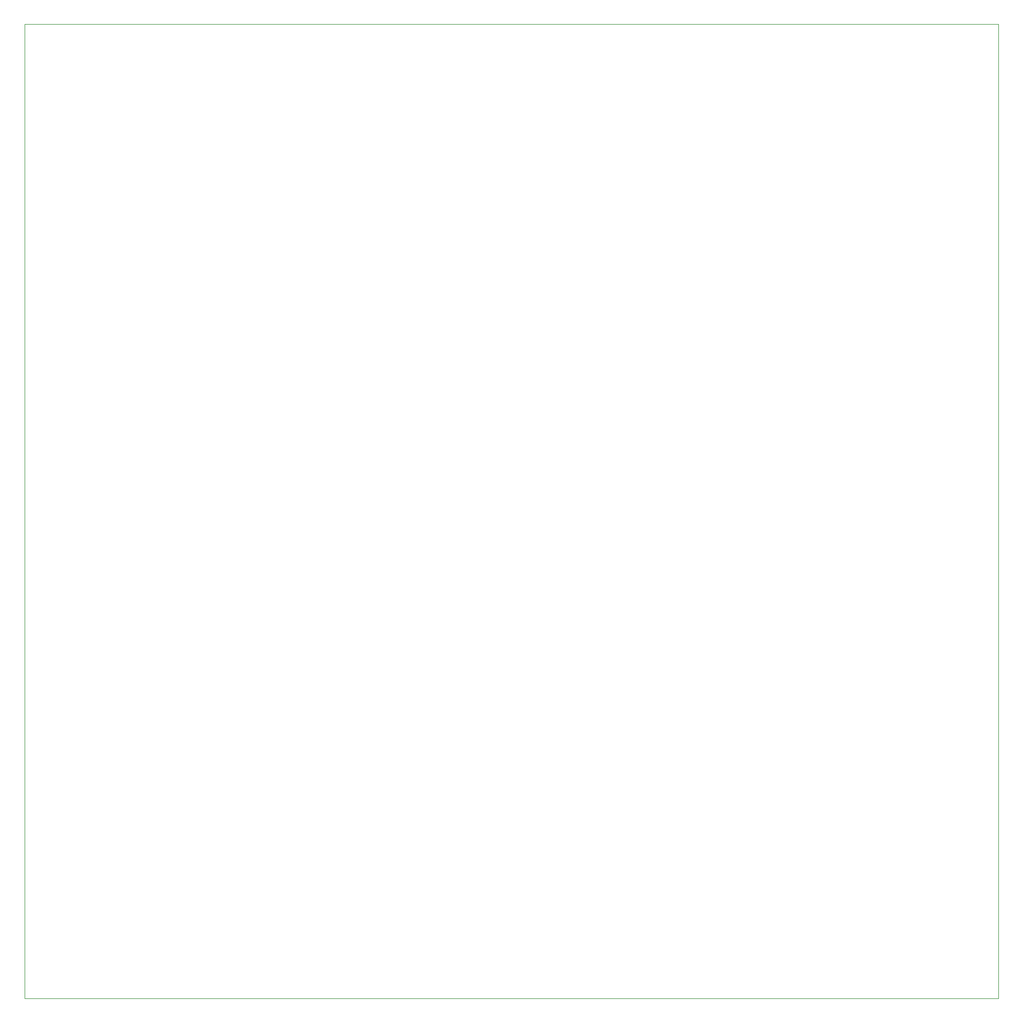
<source format=gm1>
G04*
G04 #@! TF.GenerationSoftware,Altium Limited,Altium Designer,25.0.2 (28)*
G04*
G04 Layer_Color=0*
%FSLAX44Y44*%
%MOMM*%
G71*
G04*
G04 #@! TF.SameCoordinates,F35D9E54-4110-4E9A-A1CC-C6A2A34B17B7*
G04*
G04*
G04 #@! TF.FilePolarity,Positive*
G04*
G01*
G75*
%ADD74C,0.0254*%
D74*
X0Y0D02*
X1540510D01*
Y1541780D01*
X0D01*
Y0D01*
M02*

</source>
